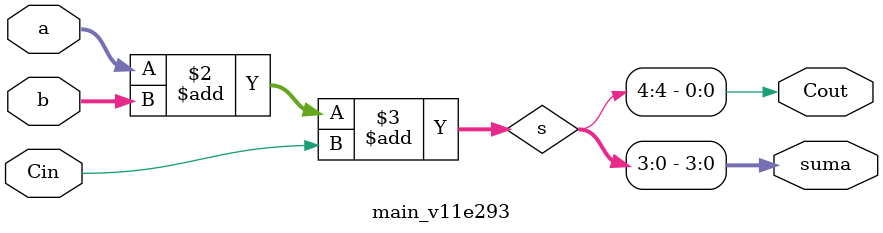
<source format=v>

`default_nettype none

module main (
 input [3:0] vb702f1,
 input [3:0] v170aba,
 input v899cd3,
 output [3:0] ve042a7,
 output vbb1b85,
 output [0:7] vinit
);
 wire [0:3] w0;
 wire w1;
 wire [0:3] w2;
 wire [0:3] w3;
 wire w4;
 assign ve042a7 = w0;
 assign vbb1b85 = w1;
 assign w2 = vb702f1;
 assign w3 = v170aba;
 assign w4 = v899cd3;
 main_v11e293 v11e293 (
  .suma(w0),
  .Cout(w1),
  .a(w2),
  .b(w3),
  .Cin(w4)
 );
 assign vinit = 8'b00000000;
endmodule

/*-------------------------------------------------*/
/*-- A+B  */
/*-- - - - - - - - - - - - - - - - - - - - - - - --*/
/*-- suma de dos números de 4 bits y acarreo
/*-------------------------------------------------*/

module main_v11e293 (
 input [3:0] a,
 input [3:0] b,
 input Cin,
 output [3:0] suma,
 output Cout
);
 
 reg  [4:0]  s;
 reg [3:0]   suma;
 reg         Cout;   
 
 always @(*)
 begin
   s = a + b + Cin; //suma con acarreo
   {suma,Cout} = {s[3:0],s[4]};
 end
 
endmodule

</source>
